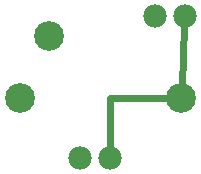
<source format=gtl>
G04 MADE WITH FRITZING*
G04 WWW.FRITZING.ORG*
G04 DOUBLE SIDED*
G04 HOLES PLATED*
G04 CONTOUR ON CENTER OF CONTOUR VECTOR*
%ASAXBY*%
%FSLAX23Y23*%
%MOIN*%
%OFA0B0*%
%SFA1.0B1.0*%
%ADD10C,0.099055*%
%ADD11C,0.078000*%
%ADD12C,0.024000*%
%LNCOPPER1*%
G90*
G70*
G54D10*
X237Y477D03*
X140Y270D03*
X679Y272D03*
G54D11*
X340Y70D03*
X440Y70D03*
X340Y70D03*
X440Y70D03*
X590Y545D03*
X690Y545D03*
X590Y545D03*
X690Y545D03*
G54D12*
X440Y270D02*
X638Y271D01*
D02*
X440Y100D02*
X440Y270D01*
D02*
X680Y312D02*
X688Y515D01*
G04 End of Copper1*
M02*
</source>
